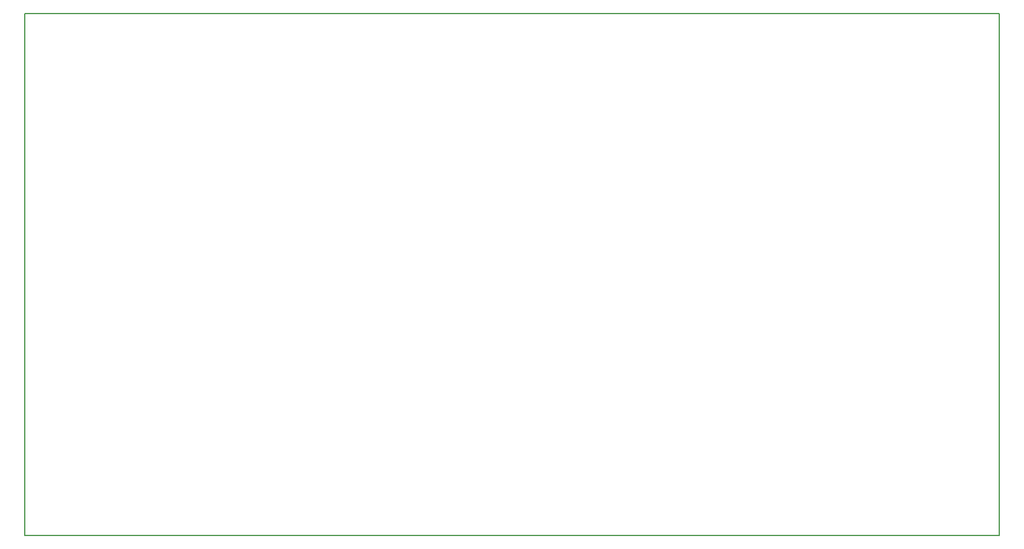
<source format=gbr>
G04 #@! TF.FileFunction,Profile,NP*
%FSLAX46Y46*%
G04 Gerber Fmt 4.6, Leading zero omitted, Abs format (unit mm)*
G04 Created by KiCad (PCBNEW 4.0.7) date 03/14/18 22:29:54*
%MOMM*%
%LPD*%
G01*
G04 APERTURE LIST*
%ADD10C,0.100000*%
%ADD11C,0.150000*%
G04 APERTURE END LIST*
D10*
D11*
X111000000Y-122000000D02*
X111000000Y-47000000D01*
X251000000Y-122000000D02*
X111000000Y-122000000D01*
X251000000Y-47000000D02*
X251000000Y-122000000D01*
X111000000Y-47000000D02*
X251000000Y-47000000D01*
M02*

</source>
